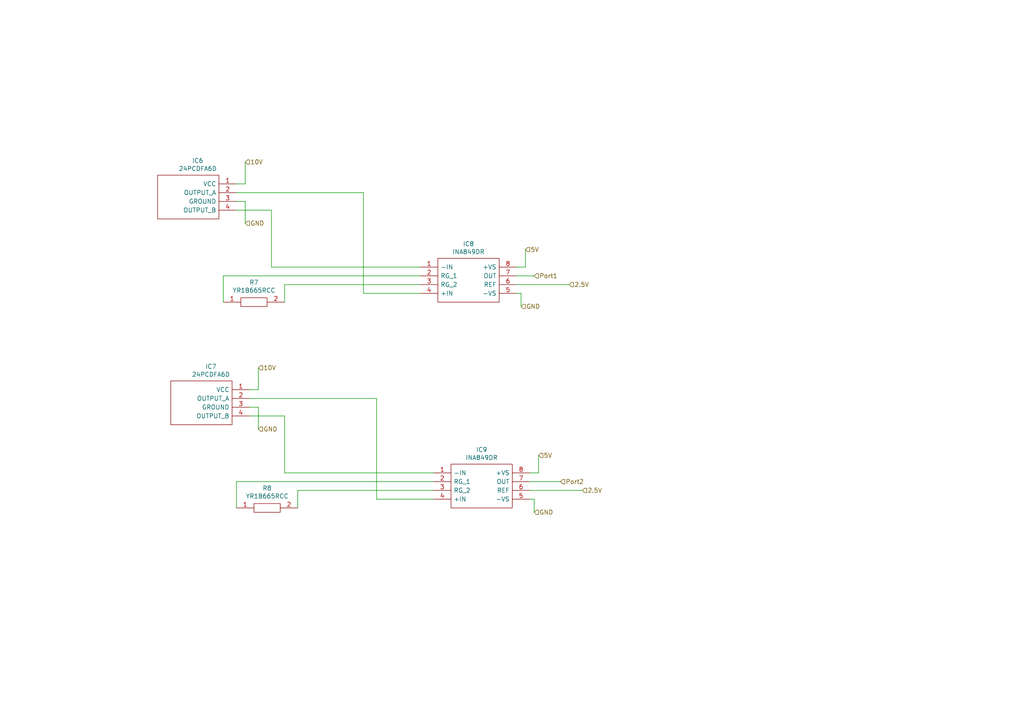
<source format=kicad_sch>
(kicad_sch (version 20230121) (generator eeschema)
  (paper "A4")
  (lib_symbols
    (symbol "SamacSys_Parts:24PCDFA6D" (pin_names (offset 0.762))
      (property "Reference" "IC" (at 24.13 7.62 0))
      (property "Value" "SamacSys_Parts_24PCDFA6D" (at 24.13 5.08 0))
      (symbol "24PCDFA6D_0_0"
        (pin passive line (at 0 -7.62 0) (length 5.08) (name "VCC") (number "1"))
        (pin passive line (at 0 -5.08 0) (length 5.08) (name "OUTPUT_A") (number "2"))
        (pin passive line (at 0 -2.54 0) (length 5.08) (name "GROUND") (number "3"))
        (pin passive line (at 0 0 0) (length 5.08) (name "OUTPUT_B") (number "4"))
      )
      (symbol "24PCDFA6D_0_1"
        (polyline (pts (xy 5.08 2.54) (xy 22.86 2.54) (xy 22.86 -10.16) (xy 5.08 -10.16) (xy 5.08 2.54)) (stroke (width 0.1524)))
      )
    )
    (symbol "SamacSys_Parts:INA849DR" (pin_names (offset 0.762))
      (property "Reference" "IC" (at 24.13 7.62 0))
      (property "Value" "SamacSys_Parts_INA849DR" (at 24.13 5.08 0))
      (symbol "INA849DR_0_0"
        (pin passive line (at 0 0 0) (length 5.08) (name "-IN") (number "1"))
        (pin passive line (at 0 -2.54 0) (length 5.08) (name "RG_1") (number "2"))
        (pin passive line (at 0 -5.08 0) (length 5.08) (name "RG_2") (number "3"))
        (pin passive line (at 0 -7.62 0) (length 5.08) (name "+IN") (number "4"))
        (pin passive line (at 27.94 -7.62 180) (length 5.08) (name "-VS") (number "5"))
        (pin passive line (at 27.94 -5.08 180) (length 5.08) (name "REF") (number "6"))
        (pin passive line (at 27.94 -2.54 180) (length 5.08) (name "OUT") (number "7"))
        (pin passive line (at 27.94 0 180) (length 5.08) (name "+VS") (number "8"))
      )
      (symbol "INA849DR_0_1"
        (polyline (pts (xy 5.08 2.54) (xy 22.86 2.54) (xy 22.86 -10.16) (xy 5.08 -10.16) (xy 5.08 2.54)) (stroke (width 0.1524)))
      )
    )
    (symbol "SamacSys_Parts:YR1B665RCC" (pin_names (offset 0.762))
      (property "Reference" "R" (at 13.97 6.35 0))
      (property "Value" "SamacSys_Parts_YR1B665RCC" (at 13.97 3.81 0))
      (symbol "YR1B665RCC_0_0"
        (pin passive line (at 0 0 0) (length 5.08) (name "~") (number "1"))
        (pin passive line (at 17.78 0 180) (length 5.08) (name "~") (number "2"))
      )
      (symbol "YR1B665RCC_0_1"
        (polyline (pts (xy 5.08 1.27) (xy 12.7 1.27) (xy 12.7 -1.27) (xy 5.08 -1.27) (xy 5.08 1.27)) (stroke (width 0.1524)))
      )
    )
  )
  (wire (pts (xy 72.39 115.57) (xy 109.22 115.57)))
  (wire (pts (xy 149.86 82.55) (xy 165.1 82.55)))
  (wire (pts (xy 121.92 80.01) (xy 64.77 80.01)))
  (wire (pts (xy 153.67 137.16) (xy 156.21 137.16)))
  (wire (pts (xy 78.74 77.47) (xy 78.74 60.96)))
  (wire (pts (xy 71.12 64.77) (xy 71.12 58.42)))
  (wire (pts (xy 156.21 137.16) (xy 156.21 132.08)))
  (wire (pts (xy 154.94 80.01) (xy 149.86 80.01)))
  (wire (pts (xy 82.55 82.55) (xy 82.55 87.63)))
  (wire (pts (xy 151.13 85.09) (xy 151.13 88.9)))
  (wire (pts (xy 125.73 139.7) (xy 68.58 139.7)))
  (wire (pts (xy 105.41 55.88) (xy 105.41 85.09)))
  (wire (pts (xy 153.67 142.24) (xy 168.91 142.24)))
  (wire (pts (xy 64.77 80.01) (xy 64.77 87.63)))
  (wire (pts (xy 109.22 115.57) (xy 109.22 144.78)))
  (wire (pts (xy 153.67 139.7) (xy 162.56 139.7)))
  (wire (pts (xy 154.94 144.78) (xy 153.67 144.78)))
  (wire (pts (xy 109.22 144.78) (xy 125.73 144.78)))
  (wire (pts (xy 68.58 139.7) (xy 68.58 147.32)))
  (wire (pts (xy 78.74 60.96) (xy 68.58 60.96)))
  (wire (pts (xy 74.93 124.46) (xy 74.93 118.11)))
  (wire (pts (xy 71.12 53.34) (xy 71.12 46.99)))
  (wire (pts (xy 71.12 58.42) (xy 68.58 58.42)))
  (wire (pts (xy 86.36 142.24) (xy 86.36 147.32)))
  (wire (pts (xy 154.94 144.78) (xy 154.94 148.59)))
  (wire (pts (xy 121.92 77.47) (xy 78.74 77.47)))
  (wire (pts (xy 149.86 77.47) (xy 152.4 77.47)))
  (wire (pts (xy 121.92 82.55) (xy 82.55 82.55)))
  (wire (pts (xy 125.73 142.24) (xy 86.36 142.24)))
  (wire (pts (xy 68.58 53.34) (xy 71.12 53.34)))
  (wire (pts (xy 82.55 120.65) (xy 72.39 120.65)))
  (wire (pts (xy 152.4 77.47) (xy 152.4 72.39)))
  (wire (pts (xy 82.55 137.16) (xy 82.55 120.65)))
  (wire (pts (xy 125.73 137.16) (xy 82.55 137.16)))
  (wire (pts (xy 74.93 118.11) (xy 72.39 118.11)))
  (wire (pts (xy 72.39 113.03) (xy 74.93 113.03)))
  (wire (pts (xy 74.93 113.03) (xy 74.93 106.68)))
  (wire (pts (xy 68.58 55.88) (xy 105.41 55.88)))
  (wire (pts (xy 151.13 85.09) (xy 149.86 85.09)))
  (wire (pts (xy 105.41 85.09) (xy 121.92 85.09)))
  (hierarchical_label "GND" (shape input) (at 71.12 64.77 0))
  (hierarchical_label "GND" (shape input) (at 74.93 124.46 0))
  (hierarchical_label "Port1" (shape input) (at 154.94 80.01 0))
  (hierarchical_label "5V" (shape input) (at 156.21 132.08 0))
  (hierarchical_label "Port2" (shape input) (at 162.56 139.7 0))
  (hierarchical_label "2.5V" (shape input) (at 168.91 142.24 0))
  (hierarchical_label "GND" (shape input) (at 154.94 148.59 0))
  (hierarchical_label "5V" (shape input) (at 152.4 72.39 0))
  (hierarchical_label "10V" (shape input) (at 74.93 106.68 0))
  (hierarchical_label "10V" (shape input) (at 71.12 46.99 0))
  (hierarchical_label "GND" (shape input) (at 151.13 88.9 0))
  (hierarchical_label "2.5V" (shape input) (at 165.1 82.55 0))
  (symbol (lib_id "SamacSys_Parts:24PCDFA6D") (at 68.58 60.96 180) (unit 1)
    (property "Reference" "IC6" (at 57.3532 46.609 0))
    (property "Value" "24PCDFA6D" (at 57.3532 48.9204 0))
    (property "Footprint" "Samac_Sys:24PCDFA6D" (effects hide))
    (property "Datasheet" "https://componentsearchengine.com/Datasheets/2/24PCDFA6D.pdf" (effects hide))
    (property "Description" "Board Mount Pressure Sensors +/-30psi 10V WET-WET DIFF/Gage/Vac Gage" (effects hide))
    (property "Height" "8" (effects hide))
    (property "Mouser Part Number" "785-24PCDFA6D" (effects hide))
    (property "Mouser Price/Stock" "https://www.mouser.co.uk/ProductDetail/Honeywell/24PCDFA6D?qs=pLJKYPamQJx%252B0ilU11tjNg%3D%3D" (effects hide))
    (property "Manufacturer_Name" "Honeywell" (effects hide))
    (property "Manufacturer_Part_Number" "24PCDFA6D" (effects hide))
    (instances (project "VacuumSensor" (path "" (reference "IC6") (unit 1))) (project "AMS-Vacuum-Sensor" (path "" (reference "IC1") (unit 1))))
  )
  (symbol (lib_id "SamacSys_Parts:INA849DR") (at 121.92 77.47 0) (unit 1)
    (property "Reference" "IC8" (at 135.89 70.739 0))
    (property "Value" "INA849DR" (at 135.89 73.0504 0))
    (property "Footprint" "Samac_Sys:SOIC127P600X175-8N" (effects hide))
    (property "Datasheet" "https://www.ti.com/lit/ds/symlink/ina849.pdf?ts=1609495728489&ref_url=https%253A%252F%252Fwww.ti.com%252Fproduct%252FINA849" (effects hide))
    (property "Description" "Texas Instruments Ultra-low noise (1 nV/vHz), high-speed (28 MHz, 35 V/), precision (35 V) instrumentation amplifier" (effects hide))
    (property "Height" "1.75" (effects hide))
    (property "Mouser Part Number" "595-INA849DR" (effects hide))
    (property "Mouser Price/Stock" "https://www.mouser.co.uk/ProductDetail/Texas-Instruments/INA849DR?qs=eP2BKZSCXI4qgDpsz1tg9g%3D%3D" (effects hide))
    (property "Manufacturer_Name" "Texas Instruments" (effects hide))
    (property "Manufacturer_Part_Number" "INA849DR" (effects hide))
    (instances (project "VacuumSensor" (path "" (reference "IC8") (unit 1))) (project "AMS-Vacuum-Sensor" (path "" (reference "IC3") (unit 1))))
  )
  (symbol (lib_id "SamacSys_Parts:INA849DR") (at 125.73 137.16 0) (unit 1)
    (property "Reference" "IC9" (at 139.7 130.429 0))
    (property "Value" "INA849DR" (at 139.7 132.7404 0))
    (property "Footprint" "Samac_Sys:SOIC127P600X175-8N" (effects hide))
    (property "Datasheet" "https://www.ti.com/lit/ds/symlink/ina849.pdf?ts=1609495728489&ref_url=https%253A%252F%252Fwww.ti.com%252Fproduct%252FINA849" (effects hide))
    (property "Description" "Texas Instruments Ultra-low noise (1 nV/vHz), high-speed (28 MHz, 35 V/), precision (35 V) instrumentation amplifier" (effects hide))
    (property "Height" "1.75" (effects hide))
    (property "Mouser Part Number" "595-INA849DR" (effects hide))
    (property "Mouser Price/Stock" "https://www.mouser.co.uk/ProductDetail/Texas-Instruments/INA849DR?qs=eP2BKZSCXI4qgDpsz1tg9g%3D%3D" (effects hide))
    (property "Manufacturer_Name" "Texas Instruments" (effects hide))
    (property "Manufacturer_Part_Number" "INA849DR" (effects hide))
    (instances (project "VacuumSensor" (path "" (reference "IC9") (unit 1))) (project "AMS-Vacuum-Sensor" (path "" (reference "IC4") (unit 1))))
  )
  (symbol (lib_id "SamacSys_Parts:YR1B665RCC") (at 68.58 147.32 0) (unit 1)
    (property "Reference" "R8" (at 77.47 141.605 0))
    (property "Value" "YR1B665RCC" (at 77.47 143.9164 0))
    (property "Footprint" "Samac_Sys:RESAD1550W60L630D230" (effects hide))
    (property "Datasheet" "https://componentsearchengine.com/Datasheets/1/YR1B665RCC.pdf" (effects hide))
    (property "Description" "TE Connectivity R Series Axial Through Hole Fixed Resistor 665 +/-0.1% 0.25W +/-15ppm/C" (effects hide))
    (property "Mouser Part Number" "279-YR1B665RCC" (effects hide))
    (property "Mouser Price/Stock" "https://www.mouser.com/Search/Refine.aspx?Keyword=279-YR1B665RCC" (effects hide))
    (property "Manufacturer_Name" "TE Connectivity" (effects hide))
    (property "Manufacturer_Part_Number" "YR1B665RCC" (effects hide))
    (instances (project "VacuumSensor" (path "" (reference "R8") (unit 1))) (project "AMS-Vacuum-Sensor" (path "" (reference "R2") (unit 1))))
  )
  (symbol (lib_id "SamacSys_Parts:YR1B665RCC") (at 64.77 87.63 0) (unit 1)
    (property "Reference" "R7" (at 73.66 81.915 0))
    (property "Value" "YR1B665RCC" (at 73.66 84.2264 0))
    (property "Footprint" "Samac_Sys:RESAD1550W60L630D230" (effects hide))
    (property "Datasheet" "https://componentsearchengine.com/Datasheets/1/YR1B665RCC.pdf" (effects hide))
    (property "Description" "TE Connectivity R Series Axial Through Hole Fixed Resistor 665 +/-0.1% 0.25W +/-15ppm/C" (effects hide))
    (property "Mouser Part Number" "279-YR1B665RCC" (effects hide))
    (property "Mouser Price/Stock" "https://www.mouser.com/Search/Refine.aspx?Keyword=279-YR1B665RCC" (effects hide))
    (property "Manufacturer_Name" "TE Connectivity" (effects hide))
    (property "Manufacturer_Part_Number" "YR1B665RCC" (effects hide))
    (instances (project "VacuumSensor" (path "" (reference "R7") (unit 1))) (project "AMS-Vacuum-Sensor" (path "" (reference "R1") (unit 1))))
  )
  (symbol (lib_id "SamacSys_Parts:24PCDFA6D") (at 72.39 120.65 180) (unit 1)
    (property "Reference" "IC7" (at 61.1632 106.299 0))
    (property "Value" "24PCDFA6D" (at 61.1632 108.6104 0))
    (property "Footprint" "Samac_Sys:24PCDFA6D" (effects hide))
    (property "Datasheet" "https://componentsearchengine.com/Datasheets/2/24PCDFA6D.pdf" (effects hide))
    (property "Description" "Board Mount Pressure Sensors +/-30psi 10V WET-WET DIFF/Gage/Vac Gage" (effects hide))
    (property "Height" "8" (effects hide))
    (property "Mouser Part Number" "785-24PCDFA6D" (effects hide))
    (property "Mouser Price/Stock" "https://www.mouser.co.uk/ProductDetail/Honeywell/24PCDFA6D?qs=pLJKYPamQJx%252B0ilU11tjNg%3D%3D" (effects hide))
    (property "Manufacturer_Name" "Honeywell" (effects hide))
    (property "Manufacturer_Part_Number" "24PCDFA6D" (effects hide))
    (instances (project "VacuumSensor" (path "" (reference "IC7") (unit 1))) (project "AMS-Vacuum-Sensor" (path "" (reference "IC2") (unit 1))))
  )
)
</source>
